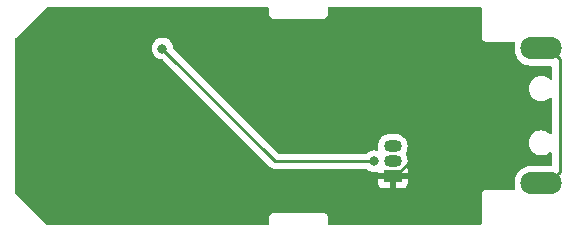
<source format=gbl>
G04 #@! TF.GenerationSoftware,KiCad,Pcbnew,6.0.1-79c1e3a40b~116~ubuntu20.04.1*
G04 #@! TF.CreationDate,2022-01-19T17:49:24+01:00*
G04 #@! TF.ProjectId,usb,7573622e-6b69-4636-9164-5f7063625858,rev?*
G04 #@! TF.SameCoordinates,Original*
G04 #@! TF.FileFunction,Copper,L2,Bot*
G04 #@! TF.FilePolarity,Positive*
%FSLAX46Y46*%
G04 Gerber Fmt 4.6, Leading zero omitted, Abs format (unit mm)*
G04 Created by KiCad (PCBNEW 6.0.1-79c1e3a40b~116~ubuntu20.04.1) date 2022-01-19 17:49:24*
%MOMM*%
%LPD*%
G01*
G04 APERTURE LIST*
G04 #@! TA.AperFunction,ComponentPad*
%ADD10R,1.500000X1.050000*%
G04 #@! TD*
G04 #@! TA.AperFunction,ComponentPad*
%ADD11O,1.500000X1.050000*%
G04 #@! TD*
G04 #@! TA.AperFunction,ComponentPad*
%ADD12O,3.500000X1.900000*%
G04 #@! TD*
G04 #@! TA.AperFunction,ViaPad*
%ADD13C,0.800000*%
G04 #@! TD*
G04 #@! TA.AperFunction,Conductor*
%ADD14C,0.250000*%
G04 #@! TD*
G04 APERTURE END LIST*
D10*
X131470000Y-84110000D03*
D11*
X131470000Y-82840000D03*
X131470000Y-81570000D03*
D12*
X144050000Y-84698500D03*
X144050000Y-73298500D03*
D13*
X140360000Y-84240000D03*
X106620000Y-84010000D03*
X134950000Y-75220000D03*
X132700000Y-86910000D03*
X129900000Y-82840000D03*
X111980000Y-73300000D03*
D14*
X131695000Y-84110000D02*
X131470000Y-84110000D01*
X131470000Y-85680000D02*
X131470000Y-84110000D01*
X106720000Y-84110000D02*
X106620000Y-84010000D01*
X131470000Y-84110000D02*
X106720000Y-84110000D01*
X132700000Y-86910000D02*
X131470000Y-85680000D01*
X134950000Y-80855000D02*
X131695000Y-84110000D01*
X134950000Y-75220000D02*
X134950000Y-80855000D01*
X145594521Y-74164521D02*
X145594521Y-83715479D01*
X144670000Y-73240000D02*
X145594521Y-74164521D01*
X145594521Y-83715479D02*
X144670000Y-84640000D01*
X129900000Y-82840000D02*
X121520000Y-82840000D01*
X121520000Y-82840000D02*
X111980000Y-73300000D01*
G04 #@! TA.AperFunction,Conductor*
G36*
X120934121Y-69778002D02*
G01*
X120980614Y-69831658D01*
X120992000Y-69884000D01*
X120992000Y-70291298D01*
X120991998Y-70292068D01*
X120991524Y-70369652D01*
X120993990Y-70378281D01*
X120993991Y-70378286D01*
X120999639Y-70398048D01*
X121003217Y-70414809D01*
X121006130Y-70435152D01*
X121006133Y-70435162D01*
X121007405Y-70444045D01*
X121018021Y-70467395D01*
X121024464Y-70484907D01*
X121031512Y-70509565D01*
X121047274Y-70534548D01*
X121055404Y-70549614D01*
X121067633Y-70576510D01*
X121084374Y-70595939D01*
X121095479Y-70610947D01*
X121109160Y-70632631D01*
X121115888Y-70638573D01*
X121131296Y-70652181D01*
X121143340Y-70664373D01*
X121162619Y-70686747D01*
X121170147Y-70691626D01*
X121170150Y-70691629D01*
X121184139Y-70700696D01*
X121199013Y-70711986D01*
X121218228Y-70728956D01*
X121226354Y-70732771D01*
X121226355Y-70732772D01*
X121232021Y-70735432D01*
X121244966Y-70741510D01*
X121259935Y-70749824D01*
X121284727Y-70765893D01*
X121301650Y-70770954D01*
X121309290Y-70773239D01*
X121326736Y-70779901D01*
X121349948Y-70790799D01*
X121379130Y-70795343D01*
X121395849Y-70799126D01*
X121415536Y-70805014D01*
X121415539Y-70805015D01*
X121424141Y-70807587D01*
X121433116Y-70807642D01*
X121433117Y-70807642D01*
X121439810Y-70807683D01*
X121458556Y-70807797D01*
X121459328Y-70807830D01*
X121460423Y-70808000D01*
X121491298Y-70808000D01*
X121492068Y-70808002D01*
X121565716Y-70808452D01*
X121565717Y-70808452D01*
X121569652Y-70808476D01*
X121570996Y-70808092D01*
X121572341Y-70808000D01*
X125491298Y-70808000D01*
X125492069Y-70808002D01*
X125569652Y-70808476D01*
X125578281Y-70806010D01*
X125578286Y-70806009D01*
X125598048Y-70800361D01*
X125614809Y-70796783D01*
X125635152Y-70793870D01*
X125635162Y-70793867D01*
X125644045Y-70792595D01*
X125667395Y-70781979D01*
X125684907Y-70775536D01*
X125700937Y-70770954D01*
X125709565Y-70768488D01*
X125734548Y-70752726D01*
X125749614Y-70744596D01*
X125776510Y-70732367D01*
X125795939Y-70715626D01*
X125810947Y-70704521D01*
X125825039Y-70695630D01*
X125832631Y-70690840D01*
X125852182Y-70668703D01*
X125864374Y-70656659D01*
X125879949Y-70643239D01*
X125879950Y-70643237D01*
X125886747Y-70637381D01*
X125891626Y-70629853D01*
X125891629Y-70629850D01*
X125900696Y-70615861D01*
X125911986Y-70600987D01*
X125923012Y-70588502D01*
X125928956Y-70581772D01*
X125941510Y-70555034D01*
X125949824Y-70540065D01*
X125965893Y-70515273D01*
X125973239Y-70490709D01*
X125979901Y-70473264D01*
X125986983Y-70458179D01*
X125990799Y-70450052D01*
X125995343Y-70420870D01*
X125999126Y-70404151D01*
X126005014Y-70384464D01*
X126005015Y-70384461D01*
X126007587Y-70375859D01*
X126007797Y-70341444D01*
X126007830Y-70340672D01*
X126008000Y-70339577D01*
X126008000Y-70308702D01*
X126008002Y-70307932D01*
X126008452Y-70234284D01*
X126008452Y-70234283D01*
X126008476Y-70230348D01*
X126008092Y-70229004D01*
X126008000Y-70227659D01*
X126008000Y-69884000D01*
X126028002Y-69815879D01*
X126081658Y-69769386D01*
X126134000Y-69758000D01*
X138866000Y-69758000D01*
X138934121Y-69778002D01*
X138980614Y-69831658D01*
X138992000Y-69884000D01*
X138992000Y-72241298D01*
X138991998Y-72242068D01*
X138991524Y-72319652D01*
X138993990Y-72328281D01*
X138993991Y-72328286D01*
X138999639Y-72348048D01*
X139003217Y-72364809D01*
X139006130Y-72385152D01*
X139006133Y-72385162D01*
X139007405Y-72394045D01*
X139018021Y-72417395D01*
X139024464Y-72434907D01*
X139031512Y-72459565D01*
X139047274Y-72484548D01*
X139055404Y-72499614D01*
X139067633Y-72526510D01*
X139084374Y-72545939D01*
X139095479Y-72560947D01*
X139109160Y-72582631D01*
X139115888Y-72588573D01*
X139131296Y-72602181D01*
X139143340Y-72614373D01*
X139162619Y-72636747D01*
X139170147Y-72641626D01*
X139170150Y-72641629D01*
X139184139Y-72650696D01*
X139199013Y-72661986D01*
X139218228Y-72678956D01*
X139226354Y-72682771D01*
X139226355Y-72682772D01*
X139232021Y-72685432D01*
X139244966Y-72691510D01*
X139259935Y-72699824D01*
X139284727Y-72715893D01*
X139293327Y-72718465D01*
X139309290Y-72723239D01*
X139326736Y-72729901D01*
X139349948Y-72740799D01*
X139379130Y-72745343D01*
X139395849Y-72749126D01*
X139415536Y-72755014D01*
X139415539Y-72755015D01*
X139424141Y-72757587D01*
X139433116Y-72757642D01*
X139433117Y-72757642D01*
X139439810Y-72757683D01*
X139458556Y-72757797D01*
X139459328Y-72757830D01*
X139460423Y-72758000D01*
X139491298Y-72758000D01*
X139492068Y-72758002D01*
X139565716Y-72758452D01*
X139565717Y-72758452D01*
X139569652Y-72758476D01*
X139570996Y-72758092D01*
X139572341Y-72758000D01*
X141491298Y-72758000D01*
X141492069Y-72758002D01*
X141569652Y-72758476D01*
X141578281Y-72756010D01*
X141578286Y-72756009D01*
X141598048Y-72750361D01*
X141614809Y-72746783D01*
X141635152Y-72743870D01*
X141635162Y-72743867D01*
X141644045Y-72742595D01*
X141667395Y-72731979D01*
X141684908Y-72725536D01*
X141695440Y-72722526D01*
X141766435Y-72723038D01*
X141825882Y-72761853D01*
X141854908Y-72826645D01*
X141848837Y-72885734D01*
X141836782Y-72919776D01*
X141836780Y-72919784D01*
X141835055Y-72924655D01*
X141834148Y-72929748D01*
X141834147Y-72929751D01*
X141803146Y-73103794D01*
X141792996Y-73160773D01*
X141792933Y-73165937D01*
X141791431Y-73288905D01*
X141790066Y-73400589D01*
X141826343Y-73637663D01*
X141900854Y-73865629D01*
X141903244Y-73870220D01*
X142000487Y-74057021D01*
X142011597Y-74078364D01*
X142014700Y-74082497D01*
X142014702Y-74082500D01*
X142137015Y-74245405D01*
X142155598Y-74270155D01*
X142328990Y-74435852D01*
X142527117Y-74571005D01*
X142744656Y-74671984D01*
X142975768Y-74736076D01*
X143079479Y-74747160D01*
X143168222Y-74756644D01*
X143168230Y-74756644D01*
X143171557Y-74757000D01*
X144835021Y-74757000D01*
X144903142Y-74777002D01*
X144949635Y-74830658D01*
X144961021Y-74883000D01*
X144961021Y-75810896D01*
X144941019Y-75879017D01*
X144887363Y-75925510D01*
X144817089Y-75935614D01*
X144754030Y-75907418D01*
X144655629Y-75824850D01*
X144650911Y-75820891D01*
X144645519Y-75817927D01*
X144645515Y-75817924D01*
X144474402Y-75723854D01*
X144469005Y-75720887D01*
X144271139Y-75658121D01*
X144265022Y-75657435D01*
X144265018Y-75657434D01*
X144188402Y-75648841D01*
X144109587Y-75640000D01*
X143997763Y-75640000D01*
X143994707Y-75640300D01*
X143994700Y-75640300D01*
X143849534Y-75654534D01*
X143849531Y-75654535D01*
X143843408Y-75655135D01*
X143711454Y-75694974D01*
X143650593Y-75713348D01*
X143650590Y-75713349D01*
X143644685Y-75715132D01*
X143639240Y-75718027D01*
X143639238Y-75718028D01*
X143466847Y-75809691D01*
X143466845Y-75809692D01*
X143461401Y-75812587D01*
X143446365Y-75824850D01*
X143305311Y-75939890D01*
X143305308Y-75939893D01*
X143300536Y-75943785D01*
X143168217Y-76103730D01*
X143165288Y-76109147D01*
X143165286Y-76109150D01*
X143072416Y-76280910D01*
X143072414Y-76280915D01*
X143069486Y-76286330D01*
X143008102Y-76484629D01*
X142986404Y-76691075D01*
X143005218Y-76897803D01*
X143063827Y-77096940D01*
X143159999Y-77280900D01*
X143290071Y-77442677D01*
X143294788Y-77446635D01*
X143294790Y-77446637D01*
X143327170Y-77473807D01*
X143449089Y-77576109D01*
X143454481Y-77579073D01*
X143454485Y-77579076D01*
X143625598Y-77673146D01*
X143630995Y-77676113D01*
X143828861Y-77738879D01*
X143834978Y-77739565D01*
X143834982Y-77739566D01*
X143911598Y-77748159D01*
X143990413Y-77757000D01*
X144102237Y-77757000D01*
X144105293Y-77756700D01*
X144105300Y-77756700D01*
X144250466Y-77742466D01*
X144250469Y-77742465D01*
X144256592Y-77741865D01*
X144388546Y-77702026D01*
X144449407Y-77683652D01*
X144449410Y-77683651D01*
X144455315Y-77681868D01*
X144462635Y-77677976D01*
X144633153Y-77587309D01*
X144633155Y-77587308D01*
X144638599Y-77584413D01*
X144755385Y-77489165D01*
X144820817Y-77461611D01*
X144890759Y-77473807D01*
X144943004Y-77521879D01*
X144961021Y-77586808D01*
X144961021Y-80410896D01*
X144941019Y-80479017D01*
X144887363Y-80525510D01*
X144817089Y-80535614D01*
X144754030Y-80507418D01*
X144655629Y-80424850D01*
X144650911Y-80420891D01*
X144645519Y-80417927D01*
X144645515Y-80417924D01*
X144474402Y-80323854D01*
X144469005Y-80320887D01*
X144271139Y-80258121D01*
X144265022Y-80257435D01*
X144265018Y-80257434D01*
X144188402Y-80248841D01*
X144109587Y-80240000D01*
X143997763Y-80240000D01*
X143994707Y-80240300D01*
X143994700Y-80240300D01*
X143849534Y-80254534D01*
X143849531Y-80254535D01*
X143843408Y-80255135D01*
X143711454Y-80294974D01*
X143650593Y-80313348D01*
X143650590Y-80313349D01*
X143644685Y-80315132D01*
X143639240Y-80318027D01*
X143639238Y-80318028D01*
X143466847Y-80409691D01*
X143466845Y-80409692D01*
X143461401Y-80412587D01*
X143446365Y-80424850D01*
X143305311Y-80539890D01*
X143305308Y-80539893D01*
X143300536Y-80543785D01*
X143296608Y-80548533D01*
X143296607Y-80548534D01*
X143291818Y-80554323D01*
X143168217Y-80703730D01*
X143165288Y-80709147D01*
X143165286Y-80709150D01*
X143072416Y-80880910D01*
X143072414Y-80880915D01*
X143069486Y-80886330D01*
X143008102Y-81084629D01*
X142986404Y-81291075D01*
X143005218Y-81497803D01*
X143063827Y-81696940D01*
X143159999Y-81880900D01*
X143290071Y-82042677D01*
X143294788Y-82046635D01*
X143294790Y-82046637D01*
X143327170Y-82073807D01*
X143449089Y-82176109D01*
X143454481Y-82179073D01*
X143454485Y-82179076D01*
X143622340Y-82271355D01*
X143630995Y-82276113D01*
X143828861Y-82338879D01*
X143834978Y-82339565D01*
X143834982Y-82339566D01*
X143911598Y-82348159D01*
X143990413Y-82357000D01*
X144102237Y-82357000D01*
X144105293Y-82356700D01*
X144105300Y-82356700D01*
X144250466Y-82342466D01*
X144250469Y-82342465D01*
X144256592Y-82341865D01*
X144388546Y-82302026D01*
X144449407Y-82283652D01*
X144449410Y-82283651D01*
X144455315Y-82281868D01*
X144462635Y-82277976D01*
X144633153Y-82187309D01*
X144633155Y-82187308D01*
X144638599Y-82184413D01*
X144755385Y-82089165D01*
X144820817Y-82061611D01*
X144890759Y-82073807D01*
X144943004Y-82121879D01*
X144961021Y-82186808D01*
X144961021Y-83114000D01*
X144941019Y-83182121D01*
X144887363Y-83228614D01*
X144835021Y-83240000D01*
X143189197Y-83240000D01*
X143186624Y-83240212D01*
X143186613Y-83240212D01*
X143016124Y-83254229D01*
X143016118Y-83254230D01*
X143010973Y-83254653D01*
X142894669Y-83283866D01*
X142783375Y-83311821D01*
X142783371Y-83311822D01*
X142778364Y-83313080D01*
X142773634Y-83315136D01*
X142773627Y-83315139D01*
X142563159Y-83406653D01*
X142563156Y-83406655D01*
X142558422Y-83408713D01*
X142554088Y-83411517D01*
X142554084Y-83411519D01*
X142361396Y-83536175D01*
X142361393Y-83536177D01*
X142357053Y-83538985D01*
X142353230Y-83542464D01*
X142353227Y-83542466D01*
X142195921Y-83685604D01*
X142179665Y-83700396D01*
X142176466Y-83704447D01*
X142176462Y-83704451D01*
X142120545Y-83775255D01*
X142031021Y-83888612D01*
X141915113Y-84098578D01*
X141835055Y-84324655D01*
X141834148Y-84329748D01*
X141834147Y-84329751D01*
X141827967Y-84364449D01*
X141792996Y-84560773D01*
X141790066Y-84800589D01*
X141826343Y-85037663D01*
X141840111Y-85079786D01*
X141852855Y-85118776D01*
X141855006Y-85189740D01*
X141818450Y-85250601D01*
X141754793Y-85282038D01*
X141696992Y-85278639D01*
X141690715Y-85276762D01*
X141673264Y-85270099D01*
X141663743Y-85265629D01*
X141650052Y-85259201D01*
X141620870Y-85254657D01*
X141604151Y-85250874D01*
X141584464Y-85244986D01*
X141584461Y-85244985D01*
X141575859Y-85242413D01*
X141566884Y-85242358D01*
X141566883Y-85242358D01*
X141560190Y-85242317D01*
X141541444Y-85242203D01*
X141540672Y-85242170D01*
X141539577Y-85242000D01*
X141508702Y-85242000D01*
X141507932Y-85241998D01*
X141434284Y-85241548D01*
X141434283Y-85241548D01*
X141430348Y-85241524D01*
X141429004Y-85241908D01*
X141427659Y-85242000D01*
X139508702Y-85242000D01*
X139507932Y-85241998D01*
X139507078Y-85241993D01*
X139430348Y-85241524D01*
X139421719Y-85243990D01*
X139421714Y-85243991D01*
X139401952Y-85249639D01*
X139385191Y-85253217D01*
X139364848Y-85256130D01*
X139364838Y-85256133D01*
X139355955Y-85257405D01*
X139332605Y-85268021D01*
X139315093Y-85274464D01*
X139307054Y-85276762D01*
X139290435Y-85281512D01*
X139265452Y-85297274D01*
X139250386Y-85305404D01*
X139223490Y-85317633D01*
X139204061Y-85334374D01*
X139189053Y-85345479D01*
X139167369Y-85359160D01*
X139161427Y-85365888D01*
X139147819Y-85381296D01*
X139135627Y-85393340D01*
X139113253Y-85412619D01*
X139108374Y-85420147D01*
X139108371Y-85420150D01*
X139099304Y-85434139D01*
X139088014Y-85449013D01*
X139071044Y-85468228D01*
X139058490Y-85494966D01*
X139050176Y-85509935D01*
X139034107Y-85534727D01*
X139031535Y-85543327D01*
X139026761Y-85559290D01*
X139020099Y-85576736D01*
X139009201Y-85599948D01*
X139007820Y-85608821D01*
X139004658Y-85629128D01*
X139000874Y-85645849D01*
X138994986Y-85665536D01*
X138994985Y-85665539D01*
X138992413Y-85674141D01*
X138992255Y-85700082D01*
X138992203Y-85708546D01*
X138992170Y-85709328D01*
X138992000Y-85710423D01*
X138992000Y-85741298D01*
X138991998Y-85742068D01*
X138991524Y-85819652D01*
X138991908Y-85820996D01*
X138992000Y-85822341D01*
X138992000Y-88116000D01*
X138971998Y-88184121D01*
X138918342Y-88230614D01*
X138866000Y-88242000D01*
X126134000Y-88242000D01*
X126065879Y-88221998D01*
X126019386Y-88168342D01*
X126008000Y-88116000D01*
X126008000Y-87708702D01*
X126008002Y-87707932D01*
X126008421Y-87639322D01*
X126008476Y-87630348D01*
X126006010Y-87621719D01*
X126006009Y-87621714D01*
X126000361Y-87601952D01*
X125996783Y-87585191D01*
X125993870Y-87564848D01*
X125993867Y-87564838D01*
X125992595Y-87555955D01*
X125981979Y-87532605D01*
X125975536Y-87515093D01*
X125970954Y-87499063D01*
X125968488Y-87490435D01*
X125952726Y-87465452D01*
X125944596Y-87450386D01*
X125932367Y-87423490D01*
X125915626Y-87404061D01*
X125904521Y-87389053D01*
X125895630Y-87374961D01*
X125890840Y-87367369D01*
X125868703Y-87347818D01*
X125856659Y-87335626D01*
X125843239Y-87320051D01*
X125843237Y-87320050D01*
X125837381Y-87313253D01*
X125829853Y-87308374D01*
X125829850Y-87308371D01*
X125815861Y-87299304D01*
X125800987Y-87288014D01*
X125788502Y-87276988D01*
X125781772Y-87271044D01*
X125773646Y-87267229D01*
X125773645Y-87267228D01*
X125767979Y-87264568D01*
X125755034Y-87258490D01*
X125740065Y-87250176D01*
X125715273Y-87234107D01*
X125690709Y-87226761D01*
X125673264Y-87220099D01*
X125668827Y-87218016D01*
X125650052Y-87209201D01*
X125620870Y-87204657D01*
X125604151Y-87200874D01*
X125584464Y-87194986D01*
X125584461Y-87194985D01*
X125575859Y-87192413D01*
X125566884Y-87192358D01*
X125566883Y-87192358D01*
X125560190Y-87192317D01*
X125541444Y-87192203D01*
X125540672Y-87192170D01*
X125539577Y-87192000D01*
X125508702Y-87192000D01*
X125507932Y-87191998D01*
X125434284Y-87191548D01*
X125434283Y-87191548D01*
X125430348Y-87191524D01*
X125429004Y-87191908D01*
X125427659Y-87192000D01*
X121508702Y-87192000D01*
X121507932Y-87191998D01*
X121507078Y-87191993D01*
X121430348Y-87191524D01*
X121421719Y-87193990D01*
X121421714Y-87193991D01*
X121401952Y-87199639D01*
X121385191Y-87203217D01*
X121364848Y-87206130D01*
X121364838Y-87206133D01*
X121355955Y-87207405D01*
X121332605Y-87218021D01*
X121315093Y-87224464D01*
X121307057Y-87226761D01*
X121290435Y-87231512D01*
X121265452Y-87247274D01*
X121250386Y-87255404D01*
X121223490Y-87267633D01*
X121204061Y-87284374D01*
X121189053Y-87295479D01*
X121167369Y-87309160D01*
X121161427Y-87315888D01*
X121147819Y-87331296D01*
X121135627Y-87343340D01*
X121113253Y-87362619D01*
X121108374Y-87370147D01*
X121108371Y-87370150D01*
X121099304Y-87384139D01*
X121088014Y-87399013D01*
X121071044Y-87418228D01*
X121058490Y-87444966D01*
X121050176Y-87459935D01*
X121034107Y-87484727D01*
X121031535Y-87493327D01*
X121026761Y-87509290D01*
X121020099Y-87526736D01*
X121009201Y-87549948D01*
X121004658Y-87579128D01*
X121000874Y-87595849D01*
X120994986Y-87615536D01*
X120994985Y-87615539D01*
X120992413Y-87624141D01*
X120992358Y-87633116D01*
X120992358Y-87633117D01*
X120992203Y-87658546D01*
X120992170Y-87659328D01*
X120992000Y-87660423D01*
X120992000Y-87691298D01*
X120991998Y-87692068D01*
X120991524Y-87769652D01*
X120991908Y-87770996D01*
X120992000Y-87772341D01*
X120992000Y-88116000D01*
X120971998Y-88184121D01*
X120918342Y-88230614D01*
X120866000Y-88242000D01*
X102262611Y-88242000D01*
X102194490Y-88221998D01*
X102173516Y-88205095D01*
X99544905Y-85576485D01*
X99510879Y-85514173D01*
X99508000Y-85487390D01*
X99508000Y-84679669D01*
X130212001Y-84679669D01*
X130212371Y-84686490D01*
X130217895Y-84737352D01*
X130221521Y-84752604D01*
X130266676Y-84873054D01*
X130275214Y-84888649D01*
X130351715Y-84990724D01*
X130364276Y-85003285D01*
X130466351Y-85079786D01*
X130481946Y-85088324D01*
X130602394Y-85133478D01*
X130617649Y-85137105D01*
X130668514Y-85142631D01*
X130675328Y-85143000D01*
X131197885Y-85143000D01*
X131213124Y-85138525D01*
X131214329Y-85137135D01*
X131216000Y-85129452D01*
X131216000Y-85124884D01*
X131724000Y-85124884D01*
X131728475Y-85140123D01*
X131729865Y-85141328D01*
X131737548Y-85142999D01*
X132264669Y-85142999D01*
X132271490Y-85142629D01*
X132322352Y-85137105D01*
X132337604Y-85133479D01*
X132458054Y-85088324D01*
X132473649Y-85079786D01*
X132575724Y-85003285D01*
X132588285Y-84990724D01*
X132664786Y-84888649D01*
X132673324Y-84873054D01*
X132718478Y-84752606D01*
X132722105Y-84737351D01*
X132727631Y-84686486D01*
X132728000Y-84679672D01*
X132728000Y-84382115D01*
X132723525Y-84366876D01*
X132722135Y-84365671D01*
X132714452Y-84364000D01*
X131742115Y-84364000D01*
X131726876Y-84368475D01*
X131725671Y-84369865D01*
X131724000Y-84377548D01*
X131724000Y-85124884D01*
X131216000Y-85124884D01*
X131216000Y-84382115D01*
X131211525Y-84366876D01*
X131210135Y-84365671D01*
X131202452Y-84364000D01*
X130230116Y-84364000D01*
X130214877Y-84368475D01*
X130213672Y-84369865D01*
X130212001Y-84377548D01*
X130212001Y-84679669D01*
X99508000Y-84679669D01*
X99508000Y-73300000D01*
X111066496Y-73300000D01*
X111086458Y-73489928D01*
X111145473Y-73671556D01*
X111240960Y-73836944D01*
X111245378Y-73841851D01*
X111245379Y-73841852D01*
X111355918Y-73964618D01*
X111368747Y-73978866D01*
X111405714Y-74005724D01*
X111505694Y-74078364D01*
X111523248Y-74091118D01*
X111529276Y-74093802D01*
X111529278Y-74093803D01*
X111691681Y-74166109D01*
X111697712Y-74168794D01*
X111791113Y-74188647D01*
X111878056Y-74207128D01*
X111878061Y-74207128D01*
X111884513Y-74208500D01*
X111940406Y-74208500D01*
X112008527Y-74228502D01*
X112029501Y-74245405D01*
X121016343Y-83232247D01*
X121023887Y-83240537D01*
X121028000Y-83247018D01*
X121033777Y-83252443D01*
X121077667Y-83293658D01*
X121080509Y-83296413D01*
X121100230Y-83316134D01*
X121103425Y-83318612D01*
X121112447Y-83326318D01*
X121144679Y-83356586D01*
X121151628Y-83360406D01*
X121162432Y-83366346D01*
X121178956Y-83377199D01*
X121194959Y-83389613D01*
X121235543Y-83407176D01*
X121246173Y-83412383D01*
X121284940Y-83433695D01*
X121292617Y-83435666D01*
X121292622Y-83435668D01*
X121304558Y-83438732D01*
X121323266Y-83445137D01*
X121341855Y-83453181D01*
X121349680Y-83454420D01*
X121349682Y-83454421D01*
X121385519Y-83460097D01*
X121397140Y-83462504D01*
X121432289Y-83471528D01*
X121439970Y-83473500D01*
X121460231Y-83473500D01*
X121479940Y-83475051D01*
X121499943Y-83478219D01*
X121507835Y-83477473D01*
X121513062Y-83476979D01*
X121543954Y-83474059D01*
X121555811Y-83473500D01*
X129191800Y-83473500D01*
X129259921Y-83493502D01*
X129279147Y-83509843D01*
X129279420Y-83509540D01*
X129284332Y-83513963D01*
X129288747Y-83518866D01*
X129443248Y-83631118D01*
X129449276Y-83633802D01*
X129449278Y-83633803D01*
X129607957Y-83704451D01*
X129617712Y-83708794D01*
X129706394Y-83727644D01*
X129798056Y-83747128D01*
X129798061Y-83747128D01*
X129804513Y-83748500D01*
X129995487Y-83748500D01*
X130001939Y-83747128D01*
X130001944Y-83747128D01*
X130056477Y-83735536D01*
X130060377Y-83734707D01*
X130131168Y-83740109D01*
X130187800Y-83782926D01*
X130207470Y-83822456D01*
X130216475Y-83853124D01*
X130217865Y-83854329D01*
X130225548Y-83856000D01*
X131023758Y-83856000D01*
X131037803Y-83856785D01*
X131186817Y-83873500D01*
X131746004Y-83873500D01*
X131896713Y-83858723D01*
X131899002Y-83858032D01*
X131919724Y-83856000D01*
X132709884Y-83856000D01*
X132725123Y-83851525D01*
X132726328Y-83850135D01*
X132727999Y-83842452D01*
X132727999Y-83540331D01*
X132727629Y-83533510D01*
X132722105Y-83482648D01*
X132718479Y-83467396D01*
X132673323Y-83346944D01*
X132664886Y-83331534D01*
X132649716Y-83262177D01*
X132655040Y-83233764D01*
X132710468Y-83054706D01*
X132712290Y-83048820D01*
X132733476Y-82847250D01*
X132715106Y-82645404D01*
X132657881Y-82450971D01*
X132563981Y-82271355D01*
X132564016Y-82271337D01*
X132544111Y-82205559D01*
X132559271Y-82144591D01*
X132608678Y-82053215D01*
X132652356Y-81972435D01*
X132693601Y-81839195D01*
X132710468Y-81784707D01*
X132710469Y-81784704D01*
X132712290Y-81778820D01*
X132733476Y-81577250D01*
X132715106Y-81375404D01*
X132657881Y-81180971D01*
X132653951Y-81173452D01*
X132566835Y-81006815D01*
X132563981Y-81001355D01*
X132558630Y-80994699D01*
X132471498Y-80886330D01*
X132436981Y-80843399D01*
X132281719Y-80713119D01*
X132276327Y-80710155D01*
X132276323Y-80710152D01*
X132109506Y-80618444D01*
X132104109Y-80615477D01*
X131910916Y-80554193D01*
X131904799Y-80553507D01*
X131904795Y-80553506D01*
X131830652Y-80545190D01*
X131753183Y-80536500D01*
X131193996Y-80536500D01*
X131043287Y-80551277D01*
X130849258Y-80609858D01*
X130670302Y-80705010D01*
X130513237Y-80833110D01*
X130509310Y-80837857D01*
X130509308Y-80837859D01*
X130387973Y-80984528D01*
X130387971Y-80984531D01*
X130384044Y-80989278D01*
X130287644Y-81167565D01*
X130283494Y-81180971D01*
X130247511Y-81297215D01*
X130227710Y-81361180D01*
X130206524Y-81562750D01*
X130214102Y-81646014D01*
X130218737Y-81696940D01*
X130224894Y-81764596D01*
X130226633Y-81770505D01*
X130226635Y-81770515D01*
X130232925Y-81791886D01*
X130232971Y-81862882D01*
X130194625Y-81922633D01*
X130130063Y-81952167D01*
X130085856Y-81950708D01*
X130001946Y-81932873D01*
X130001947Y-81932873D01*
X129995487Y-81931500D01*
X129804513Y-81931500D01*
X129798061Y-81932872D01*
X129798056Y-81932872D01*
X129714147Y-81950708D01*
X129617712Y-81971206D01*
X129611682Y-81973891D01*
X129611681Y-81973891D01*
X129449278Y-82046197D01*
X129449276Y-82046198D01*
X129443248Y-82048882D01*
X129288747Y-82161134D01*
X129284332Y-82166037D01*
X129279420Y-82170460D01*
X129278295Y-82169211D01*
X129224986Y-82202051D01*
X129191800Y-82206500D01*
X121834595Y-82206500D01*
X121766474Y-82186498D01*
X121745500Y-82169595D01*
X112927122Y-73351217D01*
X112893096Y-73288905D01*
X112890907Y-73275292D01*
X112874232Y-73116635D01*
X112874232Y-73116633D01*
X112873542Y-73110072D01*
X112814527Y-72928444D01*
X112719040Y-72763056D01*
X112714490Y-72758002D01*
X112595675Y-72626045D01*
X112595674Y-72626044D01*
X112591253Y-72621134D01*
X112461015Y-72526510D01*
X112442094Y-72512763D01*
X112442093Y-72512762D01*
X112436752Y-72508882D01*
X112430724Y-72506198D01*
X112430722Y-72506197D01*
X112268319Y-72433891D01*
X112268318Y-72433891D01*
X112262288Y-72431206D01*
X112168888Y-72411353D01*
X112081944Y-72392872D01*
X112081939Y-72392872D01*
X112075487Y-72391500D01*
X111884513Y-72391500D01*
X111878061Y-72392872D01*
X111878056Y-72392872D01*
X111791112Y-72411353D01*
X111697712Y-72431206D01*
X111691682Y-72433891D01*
X111691681Y-72433891D01*
X111529278Y-72506197D01*
X111529276Y-72506198D01*
X111523248Y-72508882D01*
X111517907Y-72512762D01*
X111517906Y-72512763D01*
X111498985Y-72526510D01*
X111368747Y-72621134D01*
X111364326Y-72626044D01*
X111364325Y-72626045D01*
X111245511Y-72758002D01*
X111240960Y-72763056D01*
X111145473Y-72928444D01*
X111086458Y-73110072D01*
X111085768Y-73116633D01*
X111085768Y-73116635D01*
X111076840Y-73201581D01*
X111066496Y-73300000D01*
X99508000Y-73300000D01*
X99508000Y-72512610D01*
X99528002Y-72444489D01*
X99544905Y-72423515D01*
X102173516Y-69794905D01*
X102235828Y-69760879D01*
X102262611Y-69758000D01*
X120866000Y-69758000D01*
X120934121Y-69778002D01*
G37*
G04 #@! TD.AperFunction*
M02*

</source>
